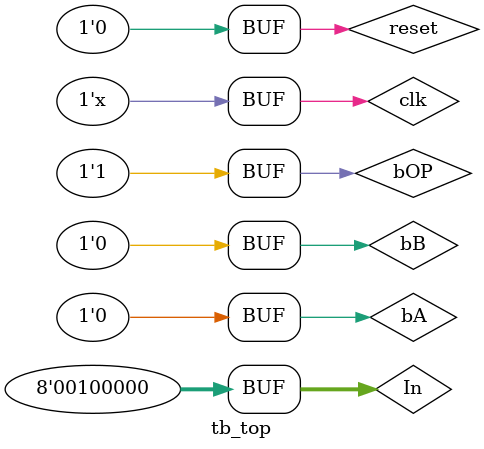
<source format=v>
`timescale 1ns / 1ns

module tb_top();
    parameter maxtam = 8;
    parameter tam_OP = 6;
    
    reg bA, bB, bOP, reset;
    reg [maxtam-1:0] In;
    reg clk;
    
    wire [maxtam-1:0] ALU_Out;
    
    // Clock generation
    always #20 clk = ~clk;    
    
    initial begin
    #70 bA<=1'b1; bB<=1'b0; bOP<=1'b0;
        In<=50;          // carga A
        reset <= 1'b0;
        clk = 1'b0; 
        
    #80 bA<=1'b0; bB<=1'b1; bOP<=1'b0;
        In<=30;          // carga B
        reset <= 1'b0;
    
    #80 bA<=1'b0; bB<=1'b0; bOP<=1'b1;
        In<=6'b10_0000;                 // SUMA
        reset <= 1'b0;
   
     
    
    end
    
    
    
// Module instance: 
  top #(
    .MAXTAM(maxtam),
    .tam_OP(tam_OP)
  )
  top (
    .btn_A(bA),
    .btn_B(bB),
    .btn_OP(bOP),
    .btn_Reset(reset),
    .In(In),
    .clk(clk),
    
    .ALU_Out(ALU_Out)
  );
  
endmodule

</source>
